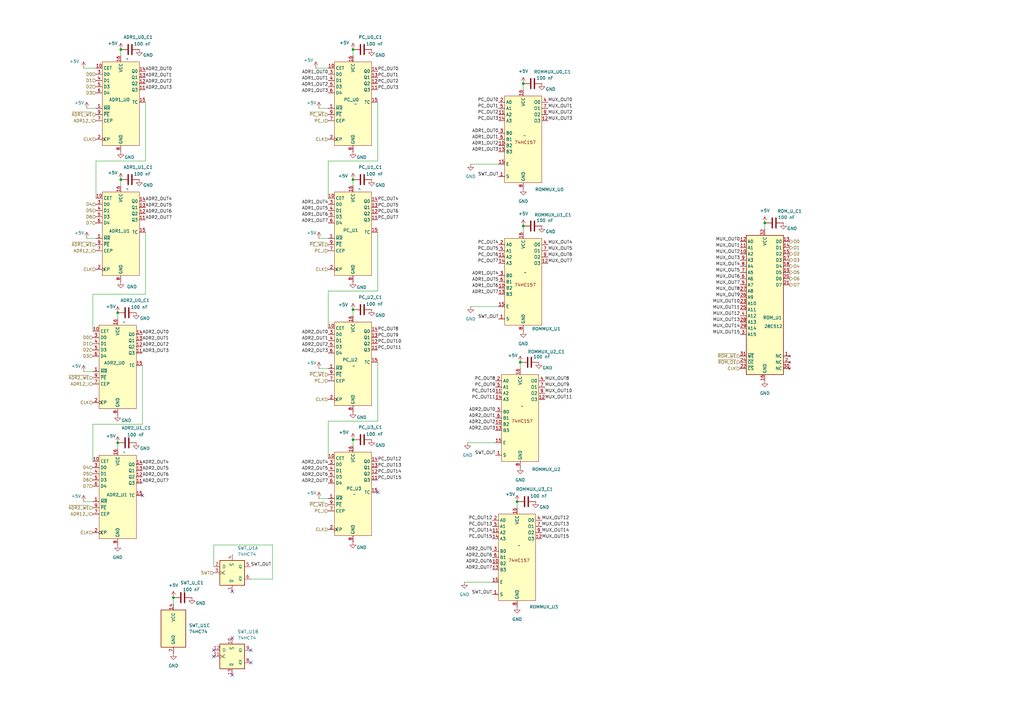
<source format=kicad_sch>
(kicad_sch (version 20250114) (generator "eeschema") (generator_version "9.0")
  (paper "A3")
  (title_block (title "ROM") (date "2025-09-16") (rev "1") (company "Sergio Miguéns Iglesias"))
  (lib_symbols
    (symbol "74HC157_1"
      (property "Reference" "U" (at 0 4.826 0))
      (symbol "74HC157_1_1_1"
        (rectangle (start -7.62 17.78) (end 7.62 -17.78) (fill (type background)))
        (text "74HC157" (at 0.762 -1.27 0) (effects (font (size 1.27 1.27))))
        (pin input line (at -10.16 15.24 0) (length 2.54) (name "A0") (number "2"))
        (pin input line (at -10.16 12.7 0) (length 2.54) (name "A1") (number "5"))
        (pin input line (at -10.16 10.16 0) (length 2.54) (name "A2") (number "11"))
        (pin input line (at -10.16 7.62 0) (length 2.54) (name "A3") (number "14"))
        (pin input line (at -10.16 2.54 0) (length 2.54) (name "B0") (number "3"))
        (pin input line (at -10.16 0 0) (length 2.54) (name "B1") (number "6"))
        (pin input line (at -10.16 -2.54 0) (length 2.54) (name "B2") (number "10"))
        (pin input line (at -10.16 -5.08 0) (length 2.54) (name "B3") (number "13"))
        (pin input line (at -10.16 -10.16 0) (length 2.54) (name "E") (number "15"))
        (pin input line (at -10.16 -15.24 0) (length 2.54) (name "S") (number "1"))
        (pin power_in line (at 0 20.32 270) (length 2.54) (name "VCC") (number "16"))
        (pin power_in line (at 0 -20.32 90) (length 2.54) (name "GND") (number "8"))
        (pin output line (at 10.16 15.24 180) (length 2.54) (name "O0") (number "4"))
        (pin output line (at 10.16 12.7 180) (length 2.54) (name "O1") (number "7"))
        (pin output line (at 10.16 10.16 180) (length 2.54) (name "O2") (number "9"))
        (pin output line (at 10.16 7.62 180) (length 2.54) (name "O3") (number "12"))
      )
    )
    (symbol "74xx:74HC74" (pin_names (offset 1.016))
      (property "Reference" "U" (at -7.62 8.89 0))
      (property "Value" "74HC74" (at -7.62 -8.89 0))
      (symbol "74HC74_1_0"
        (pin input line (at -7.62 2.54 0) (length 2.54) (name "D") (number "2"))
        (pin input clock (at -7.62 0 0) (length 2.54) (name "C") (number "3"))
        (pin input line (at 0 7.62 270) (length 2.54) (name "~{S}") (number "4"))
        (pin input line (at 0 -7.62 90) (length 2.54) (name "~{R}") (number "1"))
        (pin output line (at 7.62 2.54 180) (length 2.54) (name "Q") (number "5"))
        (pin output line (at 7.62 -2.54 180) (length 2.54) (name "~{Q}") (number "6"))
      )
      (symbol "74HC74_1_1"
        (rectangle (start -5.08 5.08) (end 5.08 -5.08) (stroke (width 0.254)) (fill (type background)))
      )
      (symbol "74HC74_2_0"
        (pin input line (at -7.62 2.54 0) (length 2.54) (name "D") (number "12"))
        (pin input clock (at -7.62 0 0) (length 2.54) (name "C") (number "11"))
        (pin input line (at 0 7.62 270) (length 2.54) (name "~{S}") (number "10"))
        (pin input line (at 0 -7.62 90) (length 2.54) (name "~{R}") (number "13"))
        (pin output line (at 7.62 2.54 180) (length 2.54) (name "Q") (number "9"))
        (pin output line (at 7.62 -2.54 180) (length 2.54) (name "~{Q}") (number "8"))
      )
      (symbol "74HC74_2_1"
        (rectangle (start -5.08 5.08) (end 5.08 -5.08) (stroke (width 0.254)) (fill (type background)))
      )
      (symbol "74HC74_3_0"
        (pin power_in line (at 0 10.16 270) (length 2.54) (name "VCC") (number "14"))
        (pin power_in line (at 0 -10.16 90) (length 2.54) (name "GND") (number "7"))
      )
      (symbol "74HC74_3_1"
        (rectangle (start -5.08 7.62) (end 5.08 -7.62) (stroke (width 0.254)) (fill (type background)))
      )
    )
    (symbol "Device:C" (pin_numbers (hide yes)) (pin_names (offset 0.254))
      (property "Reference" "C" (at 0.635 2.54 0))
      (property "Value" "C" (at 0.635 -2.54 0))
      (symbol "C_0_1"
        (polyline (pts (xy -2.032 0.762) (xy 2.032 0.762)) (stroke (width 0.508)))
        (polyline (pts (xy -2.032 -0.762) (xy 2.032 -0.762)) (stroke (width 0.508)))
      )
      (symbol "C_1_1"
        (pin passive line (at 0 3.81 270) (length 2.794) (name "~") (number "1"))
        (pin passive line (at 0 -3.81 90) (length 2.794) (name "~") (number "2"))
      )
    )
    (symbol "custom:28C512"
      (property "Reference" "U" (at -7.62 26.67 0))
      (property "Value" "28C512" (at -0.254 -8.128 0))
      (symbol "28C512_1_1"
        (rectangle (start -7.62 25.4) (end 7.62 -31.75) (stroke (width 0.254)) (fill (type background)))
        (pin input line (at -10.16 22.86 0) (length 2.54) (name "A0") (number "12"))
        (pin input line (at -10.16 20.32 0) (length 2.54) (name "A1") (number "11"))
        (pin input line (at -10.16 17.78 0) (length 2.54) (name "A2") (number "10"))
        (pin input line (at -10.16 15.24 0) (length 2.54) (name "A3") (number "9"))
        (pin input line (at -10.16 12.7 0) (length 2.54) (name "A4") (number "8"))
        (pin input line (at -10.16 10.16 0) (length 2.54) (name "A5") (number "7"))
        (pin input line (at -10.16 7.62 0) (length 2.54) (name "A6") (number "6"))
        (pin input line (at -10.16 5.08 0) (length 2.54) (name "A7") (number "5"))
        (pin input line (at -10.16 2.54 0) (length 2.54) (name "A8") (number "27"))
        (pin input line (at -10.16 0 0) (length 2.54) (name "A9") (number "26"))
        (pin input line (at -10.16 -2.54 0) (length 2.54) (name "A10") (number "23"))
        (pin input line (at -10.16 -5.08 0) (length 2.54) (name "A11") (number "25"))
        (pin input line (at -10.16 -7.62 0) (length 2.54) (name "A12") (number "4"))
        (pin input line (at -10.16 -10.16 0) (length 2.54) (name "A13") (number "28"))
        (pin input line (at -10.16 -12.7 0) (length 2.54) (name "A14") (number "29"))
        (pin input line (at -10.16 -15.24 0) (length 2.54) (name "A15") (number "3"))
        (pin input line (at -10.16 -24.13 0) (length 2.54) (name "~{WE}") (number "31"))
        (pin input line (at -10.16 -26.67 0) (length 2.54) (name "~{OE}") (number "24"))
        (pin input line (at -10.16 -29.21 0) (length 2.54) (name "~{CS}") (number "22"))
        (pin power_in line (at 0 27.94 270) (length 2.54) (name "VCC") (number "32"))
        (pin power_in line (at 0 -34.29 90) (length 2.54) (name "GND") (number "16"))
        (pin tri_state line (at 10.16 22.86 180) (length 2.54) (name "D0") (number "13"))
        (pin tri_state line (at 10.16 20.32 180) (length 2.54) (name "D1") (number "14"))
        (pin tri_state line (at 10.16 17.78 180) (length 2.54) (name "D2") (number "15"))
        (pin tri_state line (at 10.16 15.24 180) (length 2.54) (name "D3") (number "17"))
        (pin tri_state line (at 10.16 12.7 180) (length 2.54) (name "D4") (number "18"))
        (pin tri_state line (at 10.16 10.16 180) (length 2.54) (name "D5") (number "19"))
        (pin tri_state line (at 10.16 7.62 180) (length 2.54) (name "D6") (number "20"))
        (pin tri_state line (at 10.16 5.08 180) (length 2.54) (name "D7") (number "21"))
        (pin no_connect line (at 10.16 -24.13 180) (length 2.54) (name "NC") (number "1"))
        (pin no_connect line (at 10.16 -26.67 180) (length 2.54) (name "NC") (number "2"))
        (pin no_connect line (at 10.16 -29.21 180) (length 2.54) (name "NC") (number "30"))
      )
    )
    (symbol "custom:74HC161"
      (property "Reference" "U" (at 0 0 0))
      (symbol "74HC161_1_1"
        (rectangle (start -7.62 16.51) (end 7.62 -17.78) (fill (type background)))
        (pin input line (at -10.16 13.97 0) (length 2.54) (name "CET") (number "10"))
        (pin input line (at -10.16 11.43 0) (length 2.54) (name "D0") (number "3"))
        (pin input line (at -10.16 8.89 0) (length 2.54) (name "D1") (number "4"))
        (pin input line (at -10.16 6.35 0) (length 2.54) (name "D3") (number "5"))
        (pin input line (at -10.16 3.81 0) (length 2.54) (name "D4") (number "6"))
        (pin input line (at -10.16 -2.54 0) (length 2.54) (name "~{MR}") (number "1"))
        (pin input line (at -10.16 -5.08 0) (length 2.54) (name "~{PE}") (number "9"))
        (pin input line (at -10.16 -7.62 0) (length 2.54) (name "CEP") (number "7"))
        (pin input clock (at -10.16 -15.24 0) (length 2.54) (name "CP") (number "2"))
        (pin power_in line (at 0 19.05 270) (length 2.54) (name "VCC") (number "16"))
        (pin power_in line (at 0 -20.32 90) (length 2.54) (name "GND") (number "8"))
        (pin output line (at 10.16 12.7 180) (length 2.54) (name "Q0") (number "14"))
        (pin output line (at 10.16 10.16 180) (length 2.54) (name "Q1") (number "13"))
        (pin output line (at 10.16 7.62 180) (length 2.54) (name "Q2") (number "12"))
        (pin output line (at 10.16 5.08 180) (length 2.54) (name "Q3") (number "11"))
        (pin output line (at 10.16 0 180) (length 2.54) (name "TC") (number "15"))
      )
    )
    (symbol "power:+5V" (power) (pin_numbers (hide yes)) (pin_names (offset 0) (hide yes))
      (property "Value" "+5V" (at 0 3.556 0))
      (symbol "+5V_0_1"
        (polyline (pts (xy -0.762 1.27) (xy 0 2.54)))
        (polyline (pts (xy 0 2.54) (xy 0.762 1.27)))
        (polyline (pts (xy 0 0) (xy 0 2.54)))
      )
      (symbol "+5V_1_1"
        (pin power_in line (at 0 0 90) (length 0) (name "~") (number "1"))
      )
    )
    (symbol "power:GND" (power) (pin_numbers (hide yes)) (pin_names (offset 0) (hide yes))
      (property "Value" "GND" (at 0 -3.81 0))
      (symbol "GND_0_1"
        (polyline (pts (xy 0 0) (xy 0 -1.27) (xy 1.27 -1.27) (xy 0 -2.54) (xy -1.27 -1.27) (xy 0 -1.27)))
      )
      (symbol "GND_1_1"
        (pin power_in line (at 0 0 270) (length 0) (name "~") (number "1"))
      )
    )
  )
  (junction (at 48.26 128.27))
  (junction (at 214.63 34.29))
  (junction (at 71.12 245.11))
  (junction (at 212.09 205.74))
  (junction (at 144.78 73.66))
  (junction (at 49.53 73.66))
  (junction (at 213.36 148.59))
  (junction (at 144.78 180.34))
  (junction (at 144.78 127))
  (junction (at 214.63 92.71))
  (junction (at 49.53 20.32))
  (junction (at 144.78 20.32))
  (junction (at 48.26 181.61))
  (junction (at 313.69 91.44))
  (no_connect (at 95.25 276.86))
  (no_connect (at 154.94 201.93))
  (no_connect (at 87.63 266.7))
  (no_connect (at 95.25 242.57))
  (no_connect (at 87.63 269.24))
  (no_connect (at 102.87 266.7))
  (no_connect (at 102.87 271.78))
  (no_connect (at 95.25 261.62))
  (no_connect (at 58.42 203.2))
  (wire (pts (xy 59.69 120.65) (xy 38.1 120.65)))
  (wire (pts (xy 313.69 91.44) (xy 313.69 93.98)))
  (wire (pts (xy 129.54 27.94) (xy 134.62 27.94)))
  (wire (pts (xy 59.69 95.25) (xy 59.69 120.65)))
  (wire (pts (xy 193.04 67.31) (xy 204.47 67.31)))
  (wire (pts (xy 214.63 34.29) (xy 214.63 36.83)))
  (wire (pts (xy 154.94 148.59) (xy 154.94 172.72)))
  (wire (pts (xy 154.94 119.38) (xy 134.62 119.38)))
  (wire (pts (xy 48.26 128.27) (xy 48.26 130.81)))
  (wire (pts (xy 154.94 66.04) (xy 134.62 66.04)))
  (wire (pts (xy 191.77 181.61) (xy 203.2 181.61)))
  (wire (pts (xy 58.42 173.99) (xy 38.1 173.99)))
  (wire (pts (xy 134.62 187.96) (xy 134.62 172.72)))
  (wire (pts (xy 35.56 97.79) (xy 39.37 97.79)))
  (wire (pts (xy 134.62 119.38) (xy 134.62 134.62)))
  (wire (pts (xy 134.62 151.13) (xy 130.81 151.13)))
  (wire (pts (xy 34.29 152.4) (xy 38.1 152.4)))
  (wire (pts (xy 144.78 180.34) (xy 144.78 182.88)))
  (wire (pts (xy 212.09 205.74) (xy 212.09 208.28)))
  (wire (pts (xy 134.62 204.47) (xy 130.81 204.47)))
  (wire (pts (xy 34.29 27.94) (xy 39.37 27.94)))
  (wire (pts (xy 38.1 173.99) (xy 38.1 189.23)))
  (wire (pts (xy 34.29 205.74) (xy 38.1 205.74)))
  (wire (pts (xy 193.04 125.73) (xy 204.47 125.73)))
  (wire (pts (xy 111.76 237.49) (xy 111.76 223.52)))
  (wire (pts (xy 190.5 238.76) (xy 201.93 238.76)))
  (wire (pts (xy 102.87 237.49) (xy 111.76 237.49)))
  (wire (pts (xy 154.94 95.25) (xy 154.94 119.38)))
  (wire (pts (xy 48.26 181.61) (xy 48.26 184.15)))
  (wire (pts (xy 39.37 44.45) (xy 35.56 44.45)))
  (wire (pts (xy 134.62 172.72) (xy 154.94 172.72)))
  (wire (pts (xy 39.37 66.04) (xy 39.37 81.28)))
  (wire (pts (xy 144.78 73.66) (xy 144.78 76.2)))
  (wire (pts (xy 59.69 41.91) (xy 59.69 66.04)))
  (wire (pts (xy 59.69 66.04) (xy 39.37 66.04)))
  (wire (pts (xy 144.78 127) (xy 144.78 129.54)))
  (wire (pts (xy 213.36 148.59) (xy 213.36 151.13)))
  (wire (pts (xy 144.78 20.32) (xy 144.78 22.86)))
  (wire (pts (xy 214.63 92.71) (xy 214.63 95.25)))
  (wire (pts (xy 49.53 73.66) (xy 49.53 76.2)))
  (wire (pts (xy 134.62 97.79) (xy 130.81 97.79)))
  (wire (pts (xy 134.62 44.45) (xy 130.81 44.45)))
  (wire (pts (xy 111.76 223.52) (xy 87.63 223.52)))
  (wire (pts (xy 58.42 149.86) (xy 58.42 173.99)))
  (wire (pts (xy 71.12 245.11) (xy 71.12 247.65)))
  (wire (pts (xy 49.53 20.32) (xy 49.53 22.86)))
  (wire (pts (xy 87.63 223.52) (xy 87.63 232.41)))
  (wire (pts (xy 154.94 41.91) (xy 154.94 66.04)))
  (wire (pts (xy 134.62 66.04) (xy 134.62 81.28)))
  (wire (pts (xy 38.1 120.65) (xy 38.1 135.89)))
  (label "ADR1_OUT4" (at 204.47 113.03 180))
  (label "PC_OUT15" (at 201.93 220.98 180))
  (label "PC_OUT14" (at 201.93 218.44 180))
  (label "ADR1_OUT3" (at 204.47 62.23 180))
  (label "MUX_OUT14" (at 303.53 134.62 180))
  (label "ADR1_OUT6" (at 134.62 88.9 180))
  (label "ADR2_OUT2" (at 203.2 173.99 180))
  (label "ADR1_OUT7" (at 204.47 120.65 180))
  (label "PC_OUT3" (at 204.47 49.53 180))
  (label "PC_OUT4" (at 204.47 100.33 180))
  (label "MUX_OUT2" (at 224.79 46.99 0))
  (label "PC_OUT5" (at 154.94 85.09 0))
  (label "ADR1_OUT2" (at 134.62 35.56 180))
  (label "ADR2_OUT0" (at 134.62 137.16 180))
  (label "ADR2_OUT2" (at 58.42 142.24 0))
  (label "ADR2_OUT6" (at 201.93 231.14 180))
  (label "SWT_OUT" (at 204.47 130.81 180))
  (label "ADR2_OUT1" (at 134.62 139.7 180))
  (label "MUX_OUT14" (at 222.25 218.44 0))
  (label "ADR1_OUT5" (at 134.62 86.36 180))
  (label "PC_OUT7" (at 204.47 107.95 180))
  (label "ADR1_OUT6" (at 204.47 118.11 180))
  (label "MUX_OUT0" (at 224.79 41.91 0))
  (label "PC_OUT8" (at 154.94 135.89 0))
  (label "SWT_OUT" (at 201.93 243.84 180))
  (label "PC_OUT6" (at 154.94 87.63 0))
  (label "ADR2_OUT0" (at 203.2 168.91 180))
  (label "MUX_OUT4" (at 224.79 100.33 0))
  (label "ADR2_OUT6" (at 58.42 195.58 0))
  (label "MUX_OUT2" (at 303.53 104.14 180))
  (label "ADR1_OUT0" (at 204.47 54.61 180))
  (label "MUX_OUT0" (at 303.53 99.06 180))
  (label "PC_OUT12" (at 201.93 213.36 180))
  (label "MUX_OUT13" (at 222.25 215.9 0))
  (label "MUX_OUT15" (at 222.25 220.98 0))
  (label "MUX_OUT1" (at 303.53 101.6 180))
  (label "MUX_OUT6" (at 224.79 105.41 0))
  (label "ADR1_OUT3" (at 134.62 38.1 180))
  (label "PC_OUT10" (at 203.2 161.29 180))
  (label "PC_OUT0" (at 154.94 29.21 0))
  (label "PC_OUT1" (at 154.94 31.75 0))
  (label "PC_OUT8" (at 203.2 156.21 180))
  (label "ADR2_OUT7" (at 134.62 198.12 180))
  (label "MUX_OUT11" (at 303.53 127 180))
  (label "PC_OUT0" (at 204.47 41.91 180))
  (label "MUX_OUT9" (at 303.53 121.92 180))
  (label "MUX_OUT3" (at 303.53 106.68 180))
  (label "ADR3_OUT3" (at 58.42 144.78 0))
  (label "MUX_OUT4" (at 303.53 109.22 180))
  (label "PC_OUT10" (at 154.94 140.97 0))
  (label "ADR2_OUT4" (at 59.69 82.55 0))
  (label "ADR2_OUT1" (at 59.69 31.75 0))
  (label "ADR2_OUT2" (at 59.69 34.29 0))
  (label "ADR2_OUT1" (at 203.2 171.45 180))
  (label "ADR1_OUT0" (at 134.62 30.48 180))
  (label "PC_OUT15" (at 154.94 196.85 0))
  (label "ADR2_OUT0" (at 59.69 29.21 0))
  (label "ADR2_OUT7" (at 201.93 233.68 180))
  (label "ADR1_OUT2" (at 204.47 59.69 180))
  (label "MUX_OUT7" (at 303.53 116.84 180))
  (label "PC_OUT9" (at 154.94 138.43 0))
  (label "PC_OUT1" (at 204.47 44.45 180))
  (label "ADR2_OUT6" (at 134.62 195.58 180))
  (label "PC_OUT2" (at 154.94 34.29 0))
  (label "ADR2_OUT2" (at 134.62 142.24 180))
  (label "MUX_OUT10" (at 223.52 161.29 0))
  (label "PC_OUT7" (at 154.94 90.17 0))
  (label "MUX_OUT3" (at 224.79 49.53 0))
  (label "PC_OUT9" (at 203.2 158.75 180))
  (label "MUX_OUT10" (at 303.53 124.46 180))
  (label "ADR2_OUT3" (at 203.2 176.53 180))
  (label "ADR2_OUT5" (at 134.62 193.04 180))
  (label "MUX_OUT1" (at 224.79 44.45 0))
  (label "PC_OUT6" (at 204.47 105.41 180))
  (label "ADR2_OUT0" (at 58.42 137.16 0))
  (label "PC_OUT13" (at 154.94 191.77 0))
  (label "ADR2_OUT6" (at 201.93 228.6 180))
  (label "MUX_OUT5" (at 303.53 111.76 180))
  (label "MUX_OUT8" (at 223.52 156.21 0))
  (label "MUX_OUT15" (at 303.53 137.16 180))
  (label "ADR1_OUT1" (at 204.47 57.15 180))
  (label "MUX_OUT12" (at 222.25 213.36 0))
  (label "PC_OUT3" (at 154.94 36.83 0))
  (label "SWT_OUT" (at 204.47 72.39 180))
  (label "PC_OUT2" (at 204.47 46.99 180))
  (label "SWT_OUT" (at 203.2 186.69 180))
  (label "ADR1_OUT1" (at 134.62 33.02 180))
  (label "PC_OUT11" (at 154.94 143.51 0))
  (label "ADR2_OUT7" (at 59.69 90.17 0))
  (label "ADR2_OUT7" (at 58.42 198.12 0))
  (label "PC_OUT12" (at 154.94 189.23 0))
  (label "MUX_OUT8" (at 303.53 119.38 180))
  (label "ADR2_OUT1" (at 58.42 139.7 0))
  (label "MUX_OUT9" (at 223.52 158.75 0))
  (label "ADR2_OUT5" (at 201.93 226.06 180))
  (label "MUX_OUT13" (at 303.53 132.08 180))
  (label "PC_OUT14" (at 154.94 194.31 0))
  (label "ADR2_OUT3" (at 59.69 36.83 0))
  (label "ADR2_OUT5" (at 58.42 193.04 0))
  (label "MUX_OUT12" (at 303.53 129.54 180))
  (label "ADR1_OUT7" (at 134.62 91.44 180))
  (label "SWT_OUT" (at 102.87 232.41 0))
  (label "MUX_OUT7" (at 224.79 107.95 0))
  (label "ADR1_OUT5" (at 204.47 115.57 180))
  (label "MUX_OUT11" (at 223.52 163.83 0))
  (label "ADR2_OUT4" (at 134.62 190.5 180))
  (label "ADR2_OUT3" (at 134.62 144.78 180))
  (label "MUX_OUT6" (at 303.53 114.3 180))
  (label "MUX_OUT5" (at 224.79 102.87 0))
  (label "PC_OUT13" (at 201.93 215.9 180))
  (label "PC_OUT4" (at 154.94 82.55 0))
  (label "ADR2_OUT5" (at 59.69 85.09 0))
  (label "ADR2_OUT6" (at 59.69 87.63 0))
  (label "PC_OUT11" (at 203.2 163.83 180))
  (label "PC_OUT5" (at 204.47 102.87 180))
  (label "ADR1_OUT4" (at 134.62 83.82 180))
  (label "ADR2_OUT4" (at 58.42 190.5 0))
  (hierarchical_label "D4" (shape input) (at 39.37 83.82 180))
  (hierarchical_label "O7" (shape output) (at 323.85 116.84 0))
  (hierarchical_label "CLK" (shape input) (at 134.62 110.49 180))
  (hierarchical_label "D0" (shape input) (at 39.37 30.48 180))
  (hierarchical_label "D2" (shape input) (at 38.1 143.51 180))
  (hierarchical_label "D7" (shape input) (at 39.37 91.44 180))
  (hierarchical_label "D0" (shape input) (at 38.1 138.43 180))
  (hierarchical_label "~{ROM_OE}" (shape input) (at 303.53 148.59 180))
  (hierarchical_label "~{ADR1_WE}" (shape input) (at 39.37 46.99 180))
  (hierarchical_label "~{ADR1_WE}" (shape input) (at 39.37 100.33 180))
  (hierarchical_label "~{ADR2_WE}" (shape input) (at 38.1 208.28 180))
  (hierarchical_label "D5" (shape input) (at 39.37 86.36 180))
  (hierarchical_label "CLK" (shape input) (at 39.37 57.15 180))
  (hierarchical_label "CLK" (shape input) (at 38.1 218.44 180))
  (hierarchical_label "PC_I" (shape input) (at 134.62 49.53 180))
  (hierarchical_label "O4" (shape output) (at 323.85 109.22 0))
  (hierarchical_label "D2" (shape input) (at 39.37 35.56 180))
  (hierarchical_label "D5" (shape input) (at 38.1 194.31 180))
  (hierarchical_label "O2" (shape output) (at 323.85 104.14 0))
  (hierarchical_label "D3" (shape input) (at 38.1 146.05 180))
  (hierarchical_label "O0" (shape output) (at 323.85 99.06 0))
  (hierarchical_label "D4" (shape input) (at 38.1 191.77 180))
  (hierarchical_label "CLK" (shape input) (at 303.53 151.13 180))
  (hierarchical_label "CLK" (shape input) (at 134.62 57.15 180))
  (hierarchical_label "CLK" (shape input) (at 134.62 217.17 180))
  (hierarchical_label "O3" (shape output) (at 323.85 106.68 0))
  (hierarchical_label "O6" (shape output) (at 323.85 114.3 0))
  (hierarchical_label "ADR12_I" (shape input) (at 39.37 49.53 180))
  (hierarchical_label "ADR12_I" (shape input) (at 39.37 102.87 180))
  (hierarchical_label "D1" (shape input) (at 39.37 33.02 180))
  (hierarchical_label "ADR12_I" (shape input) (at 38.1 210.82 180))
  (hierarchical_label "D6" (shape input) (at 39.37 88.9 180))
  (hierarchical_label "PC_I" (shape input) (at 134.62 102.87 180))
  (hierarchical_label "~{ADR2_WE}" (shape input) (at 38.1 154.94 180))
  (hierarchical_label "SWT" (shape input) (at 87.63 234.95 180))
  (hierarchical_label "~{ROM_WE}" (shape input) (at 303.53 146.05 180))
  (hierarchical_label "PC_I" (shape input) (at 134.62 156.21 180))
  (hierarchical_label "O5" (shape output) (at 323.85 111.76 0))
  (hierarchical_label "~{PC_WE}" (shape input) (at 134.62 207.01 180))
  (hierarchical_label "O1" (shape output) (at 323.85 101.6 0))
  (hierarchical_label "D7" (shape input) (at 38.1 199.39 180))
  (hierarchical_label "D1" (shape input) (at 38.1 140.97 180))
  (hierarchical_label "CLK" (shape input) (at 39.37 110.49 180))
  (hierarchical_label "~{PC_WE}" (shape input) (at 134.62 100.33 180))
  (hierarchical_label "D3" (shape input) (at 39.37 38.1 180))
  (hierarchical_label "~{PC_WE}" (shape input) (at 134.62 46.99 180))
  (hierarchical_label "CLK" (shape input) (at 38.1 165.1 180))
  (hierarchical_label "D6" (shape input) (at 38.1 196.85 180))
  (hierarchical_label "PC_I" (shape input) (at 134.62 209.55 180))
  (hierarchical_label "~{PC_WE}" (shape input) (at 134.62 153.67 180))
  (hierarchical_label "ADR12_I" (shape input) (at 38.1 157.48 180))
  (hierarchical_label "CLK" (shape input) (at 134.62 163.83 180))
  (symbol (lib_id "Device:C") (at 52.07 181.61 90) (unit 1)
    (property "Reference" "ADR2_U1_C1" (at 55.88 175.514 90))
    (property "Value" "100 nF" (at 55.626 178.308 90))
    (property "Footprint" "Capacitor_THT:C_Disc_D3.0mm_W1.6mm_P2.50mm" (effects (hide yes)))
    (property "Description" "Unpolarized capacitor" (effects (hide yes)))
  )
  (symbol (lib_id "power:+5V") (at 48.26 181.61 0) (unit 1)
    (property "Reference" "#PWR042" (effects (hide yes)))
    (property "Value" "+5V" (at 45.466 178.816 0))
    (property "Description" "Power symbol creates a global label with name \"+5V\"" (effects (hide yes)))
  )
  (symbol (lib_id "74xx:74HC74") (at 95.25 234.95 0) (unit 1)
    (property "Reference" "SWT_U1" (at 97.3933 224.79 0) (effects (justify left)))
    (property "Value" "74HC74" (at 97.3933 227.33 0) (effects (justify left)))
    (property "Footprint" "Package_DIP:DIP-14_W7.62mm" (effects (hide yes)))
    (property "Datasheet" "74xx/74hc_hct74.pdf" (effects (hide yes)))
    (property "Description" "Dual D Flip-flop, Set & Reset" (effects (hide yes)))
  )
  (symbol (lib_id "power:+5V") (at 130.81 44.45 0) (unit 1)
    (property "Reference" "#PWR044" (effects (hide yes)))
    (property "Value" "+5V" (at 127.762 42.164 0))
    (property "Description" "Power symbol creates a global label with name \"+5V\"" (effects (hide yes)))
  )
  (symbol (lib_id "power:+5V") (at 71.12 245.11 0) (unit 1)
    (property "Reference" "#PWR0105" (effects (hide yes)))
    (property "Value" "+5V" (at 71.12 240.03 0))
    (property "Description" "Power symbol creates a global label with name \"+5V\"" (effects (hide yes)))
  )
  (symbol (lib_id "power:+5V") (at 130.81 151.13 0) (unit 1)
    (property "Reference" "#PWR039" (effects (hide yes)))
    (property "Value" "+5V" (at 127.762 148.844 0))
    (property "Description" "Power symbol creates a global label with name \"+5V\"" (effects (hide yes)))
  )
  (symbol (lib_id "custom:74HC161") (at 144.78 201.93 0) (unit 1)
    (property "Reference" "PC_U3" (at 141.986 200.406 0) (effects (justify left)))
    (property "Value" "~" (at 144.78 202.692 0) (effects (justify left)))
    (property "Footprint" "Package_DIP:DIP-16_W7.62mm" (effects (hide yes)))
  )
  (symbol (lib_id "custom:28C512") (at 313.69 121.92 0) (unit 1)
    (property "Reference" "ROM_U1" (at 312.928 130.302 0) (effects (justify left)))
    (property "Value" "28C512" (at 313.436 133.858 0) (effects (justify left)))
    (property "Footprint" "Package_DIP:DIP-32_W15.24mm" (effects (hide yes)))
    (property "Datasheet" "http://ww1.microchip.com/downloads/en/DeviceDoc/doc0006.pdf" (effects (hide yes)))
    (property "Description" "Paged Parallel EEPROM 256Kb (32K x 8), DIP-28/SOIC-28" (effects (hide yes)))
  )
  (symbol (lib_id "Device:C") (at 148.59 20.32 90) (unit 1)
    (property "Reference" "PC_U0_C1" (at 151.892 15.24 90))
    (property "Value" "100 nF" (at 153.67 18.034 90))
    (property "Footprint" "Capacitor_THT:C_Disc_D3.0mm_W1.6mm_P2.50mm" (effects (hide yes)))
    (property "Description" "Unpolarized capacitor" (effects (hide yes)))
  )
  (symbol (lib_id "power:GND") (at 313.69 156.21 0) (unit 1)
    (property "Reference" "#PWR06" (effects (hide yes)))
    (property "Value" "GND" (at 313.69 161.29 0))
    (property "Description" "Power symbol creates a global label with name \"GND\" , ground" (effects (hide yes)))
  )
  (symbol (lib_name "74HC157_1") (lib_id "custom:74HC157") (at 214.63 57.15 0) (unit 1)
    (property "Reference" "ROMMUX_U0" (at 219.456 77.724 0) (effects (justify left)))
    (property "Value" "~" (at 214.63 55.626 0) (effects (justify left)))
    (property "Footprint" "Package_DIP:DIP-16_W7.62mm" (effects (hide yes)))
  )
  (symbol (lib_id "Device:C") (at 53.34 73.66 90) (unit 1)
    (property "Reference" "ADR1_U1_C1" (at 56.642 68.58 90))
    (property "Value" "100 nF" (at 58.42 71.374 90))
    (property "Footprint" "Capacitor_THT:C_Disc_D3.0mm_W1.6mm_P2.50mm" (effects (hide yes)))
    (property "Description" "Unpolarized capacitor" (effects (hide yes)))
  )
  (symbol (lib_id "custom:74HC161") (at 48.26 149.86 0) (unit 1)
    (property "Reference" "ADR2_U0" (at 42.672 148.844 0) (effects (justify left)))
    (property "Value" "~" (at 50.4033 132.08 0) (effects (justify left)))
    (property "Footprint" "Package_DIP:DIP-16_W7.62mm" (effects (hide yes)))
  )
  (symbol (lib_id "power:GND") (at 55.88 181.61 0) (unit 1)
    (property "Reference" "#PWR0176" (effects (hide yes)))
    (property "Value" "GND" (at 59.436 183.896 0))
    (property "Description" "Power symbol creates a global label with name \"GND\" , ground" (effects (hide yes)))
  )
  (symbol (lib_id "power:GND") (at 71.12 267.97 0) (unit 1)
    (property "Reference" "#PWR0106" (effects (hide yes)))
    (property "Value" "GND" (at 71.12 273.05 0))
    (property "Description" "Power symbol creates a global label with name \"GND\" , ground" (effects (hide yes)))
  )
  (symbol (lib_id "power:GND") (at 152.4 180.34 0) (unit 1)
    (property "Reference" "#PWR0185" (effects (hide yes)))
    (property "Value" "GND" (at 155.956 182.626 0))
    (property "Description" "Power symbol creates a global label with name \"GND\" , ground" (effects (hide yes)))
  )
  (symbol (lib_id "power:GND") (at 144.78 62.23 0) (unit 1)
    (property "Reference" "#PWR035" (effects (hide yes)))
    (property "Value" "GND" (at 148.336 64.516 0))
    (property "Description" "Power symbol creates a global label with name \"GND\" , ground" (effects (hide yes)))
  )
  (symbol (lib_id "Device:C") (at 218.44 34.29 90) (unit 1)
    (property "Reference" "ROMMUX_U0_C1" (at 226.568 29.464 90))
    (property "Value" "100 nF" (at 223.52 32.004 90))
    (property "Footprint" "Capacitor_THT:C_Disc_D3.0mm_W1.6mm_P2.50mm" (effects (hide yes)))
    (property "Description" "Unpolarized capacitor" (effects (hide yes)))
  )
  (symbol (lib_id "power:+5V") (at 213.36 148.59 0) (unit 1)
    (property "Reference" "#PWR0100" (effects (hide yes)))
    (property "Value" "+5V" (at 210.312 145.796 0))
    (property "Description" "Power symbol creates a global label with name \"+5V\"" (effects (hide yes)))
  )
  (symbol (lib_id "custom:74HC161") (at 144.78 95.25 0) (unit 1)
    (property "Reference" "PC_U1" (at 140.716 94.488 0) (effects (justify left)))
    (property "Value" "~" (at 146.9233 77.47 0) (effects (justify left)))
    (property "Footprint" "Package_DIP:DIP-16_W7.62mm" (effects (hide yes)))
  )
  (symbol (lib_id "power:GND") (at 222.25 92.71 0) (unit 1)
    (property "Reference" "#PWR0182" (effects (hide yes)))
    (property "Value" "GND" (at 225.806 94.996 0))
    (property "Description" "Power symbol creates a global label with name \"GND\" , ground" (effects (hide yes)))
  )
  (symbol (lib_id "power:GND") (at 220.98 148.59 0) (unit 1)
    (property "Reference" "#PWR0183" (effects (hide yes)))
    (property "Value" "GND" (at 224.536 150.876 0))
    (property "Description" "Power symbol creates a global label with name \"GND\" , ground" (effects (hide yes)))
  )
  (symbol (lib_id "custom:74HC161") (at 48.26 203.2 0) (unit 1)
    (property "Reference" "ADR2_U1" (at 43.688 202.946 0) (effects (justify left)))
    (property "Value" "~" (at 50.4033 185.42 0) (effects (justify left)))
    (property "Footprint" "Package_DIP:DIP-16_W7.62mm" (effects (hide yes)))
  )
  (symbol (lib_id "power:GND") (at 49.53 62.23 0) (unit 1)
    (property "Reference" "#PWR024" (effects (hide yes)))
    (property "Value" "GND" (at 53.086 64.516 0))
    (property "Description" "Power symbol creates a global label with name \"GND\" , ground" (effects (hide yes)))
  )
  (symbol (lib_id "Device:C") (at 218.44 92.71 90) (unit 1)
    (property "Reference" "ROMMUX_U1_C1" (at 226.822 88.138 90))
    (property "Value" "100 nF" (at 223.52 90.424 90))
    (property "Footprint" "Capacitor_THT:C_Disc_D3.0mm_W1.6mm_P2.50mm" (effects (hide yes)))
    (property "Description" "Unpolarized capacitor" (effects (hide yes)))
  )
  (symbol (lib_id "power:GND") (at 212.09 248.92 0) (unit 1)
    (property "Reference" "#PWR0104" (effects (hide yes)))
    (property "Value" "GND" (at 212.09 254 0))
    (property "Description" "Power symbol creates a global label with name \"GND\" , ground" (effects (hide yes)))
  )
  (symbol (lib_id "power:GND") (at 144.78 222.25 0) (unit 1)
    (property "Reference" "#PWR095" (effects (hide yes)))
    (property "Value" "GND" (at 148.336 224.536 0))
    (property "Description" "Power symbol creates a global label with name \"GND\" , ground" (effects (hide yes)))
  )
  (symbol (lib_id "power:GND") (at 152.4 73.66 0) (unit 1)
    (property "Reference" "#PWR0187" (effects (hide yes)))
    (property "Value" "GND" (at 155.956 75.946 0))
    (property "Description" "Power symbol creates a global label with name \"GND\" , ground" (effects (hide yes)))
  )
  (symbol (lib_id "power:+5V") (at 313.69 91.44 0) (unit 1)
    (property "Reference" "#PWR05" (effects (hide yes)))
    (property "Value" "+5V" (at 313.69 86.36 0))
    (property "Description" "Power symbol creates a global label with name \"+5V\"" (effects (hide yes)))
  )
  (symbol (lib_id "power:+5V") (at 214.63 34.29 0) (unit 1)
    (property "Reference" "#PWR092" (effects (hide yes)))
    (property "Value" "+5V" (at 214.63 29.21 0))
    (property "Description" "Power symbol creates a global label with name \"+5V\"" (effects (hide yes)))
  )
  (symbol (lib_id "power:+5V") (at 34.29 152.4 0) (unit 1)
    (property "Reference" "#PWR029" (effects (hide yes)))
    (property "Value" "+5V" (at 31.242 150.114 0))
    (property "Description" "Power symbol creates a global label with name \"+5V\"" (effects (hide yes)))
  )
  (symbol (lib_id "power:GND") (at 152.4 20.32 0) (unit 1)
    (property "Reference" "#PWR0188" (effects (hide yes)))
    (property "Value" "GND" (at 155.956 22.606 0))
    (property "Description" "Power symbol creates a global label with name \"GND\" , ground" (effects (hide yes)))
  )
  (symbol (lib_id "power:+5V") (at 130.81 97.79 0) (unit 1)
    (property "Reference" "#PWR033" (effects (hide yes)))
    (property "Value" "+5V" (at 127.762 95.504 0))
    (property "Description" "Power symbol creates a global label with name \"+5V\"" (effects (hide yes)))
  )
  (symbol (lib_id "power:GND") (at 193.04 67.31 0) (unit 1)
    (property "Reference" "#PWR032" (effects (hide yes)))
    (property "Value" "GND" (at 193.04 72.39 0))
    (property "Description" "Power symbol creates a global label with name \"GND\" , ground" (effects (hide yes)))
  )
  (symbol (lib_id "power:GND") (at 48.26 170.18 0) (unit 1)
    (property "Reference" "#PWR041" (effects (hide yes)))
    (property "Value" "GND" (at 51.816 172.466 0))
    (property "Description" "Power symbol creates a global label with name \"GND\" , ground" (effects (hide yes)))
  )
  (symbol (lib_id "power:GND") (at 219.71 205.74 0) (unit 1)
    (property "Reference" "#PWR0184" (effects (hide yes)))
    (property "Value" "GND" (at 223.266 208.026 0))
    (property "Description" "Power symbol creates a global label with name \"GND\" , ground" (effects (hide yes)))
  )
  (symbol (lib_id "power:GND") (at 144.78 115.57 0) (unit 1)
    (property "Reference" "#PWR036" (effects (hide yes)))
    (property "Value" "GND" (at 148.336 117.856 0))
    (property "Description" "Power symbol creates a global label with name \"GND\" , ground" (effects (hide yes)))
  )
  (symbol (lib_id "power:+5V") (at 34.29 205.74 0) (unit 1)
    (property "Reference" "#PWR030" (effects (hide yes)))
    (property "Value" "+5V" (at 31.242 203.454 0))
    (property "Description" "Power symbol creates a global label with name \"+5V\"" (effects (hide yes)))
  )
  (symbol (lib_id "power:+5V") (at 48.26 128.27 0) (unit 1)
    (property "Reference" "#PWR040" (effects (hide yes)))
    (property "Value" "+5V" (at 45.466 125.73 0))
    (property "Description" "Power symbol creates a global label with name \"+5V\"" (effects (hide yes)))
  )
  (symbol (lib_id "Device:C") (at 52.07 128.27 90) (unit 1)
    (property "Reference" "ADR2_U0_C1" (at 55.372 123.19 90))
    (property "Value" "100 nF" (at 57.15 125.984 90))
    (property "Footprint" "Capacitor_THT:C_Disc_D3.0mm_W1.6mm_P2.50mm" (effects (hide yes)))
    (property "Description" "Unpolarized capacitor" (effects (hide yes)))
  )
  (symbol (lib_id "power:GND") (at 48.26 223.52 0) (unit 1)
    (property "Reference" "#PWR043" (effects (hide yes)))
    (property "Value" "GND" (at 48.26 228.6 0))
    (property "Description" "Power symbol creates a global label with name \"GND\" , ground" (effects (hide yes)))
  )
  (symbol (lib_id "power:+5V") (at 35.56 97.79 0) (unit 1)
    (property "Reference" "#PWR025" (effects (hide yes)))
    (property "Value" "+5V" (at 32.512 95.504 0))
    (property "Description" "Power symbol creates a global label with name \"+5V\"" (effects (hide yes)))
  )
  (symbol (lib_id "power:GND") (at 78.74 245.11 0) (unit 1)
    (property "Reference" "#PWR0175" (effects (hide yes)))
    (property "Value" "GND" (at 82.296 247.396 0))
    (property "Description" "Power symbol creates a global label with name \"GND\" , ground" (effects (hide yes)))
  )
  (symbol (lib_name "74HC157_1") (lib_id "custom:74HC157") (at 213.36 171.45 0) (unit 1)
    (property "Reference" "ROMMUX_U2" (at 218.186 192.532 0) (effects (justify left)))
    (property "Value" "~" (at 213.614 166.624 0) (effects (justify left)))
    (property "Footprint" "Package_DIP:DIP-16_W7.62mm" (effects (hide yes)))
  )
  (symbol (lib_id "power:GND") (at 55.88 128.27 0) (unit 1)
    (property "Reference" "#PWR0177" (effects (hide yes)))
    (property "Value" "GND" (at 59.436 130.556 0))
    (property "Description" "Power symbol creates a global label with name \"GND\" , ground" (effects (hide yes)))
  )
  (symbol (lib_id "power:GND") (at 222.25 34.29 0) (unit 1)
    (property "Reference" "#PWR0181" (effects (hide yes)))
    (property "Value" "GND" (at 225.806 36.576 0))
    (property "Description" "Power symbol creates a global label with name \"GND\" , ground" (effects (hide yes)))
  )
  (symbol (lib_name "74HC157_1") (lib_id "custom:74HC157") (at 214.63 115.57 0) (unit 1)
    (property "Reference" "ROMMUX_U1" (at 218.186 134.874 0) (effects (justify left)))
    (property "Value" "~" (at 214.884 111.76 0) (effects (justify left)))
    (property "Footprint" "Package_DIP:DIP-16_W7.62mm" (effects (hide yes)))
  )
  (symbol (lib_id "power:GND") (at 49.53 115.57 0) (unit 1)
    (property "Reference" "#PWR026" (effects (hide yes)))
    (property "Value" "GND" (at 54.102 117.602 0))
    (property "Description" "Power symbol creates a global label with name \"GND\" , ground" (effects (hide yes)))
  )
  (symbol (lib_id "custom:74HC161") (at 144.78 41.91 0) (unit 1)
    (property "Reference" "PC_U0" (at 140.97 40.894 0) (effects (justify left)))
    (property "Value" "~" (at 145.288 42.672 0) (effects (justify left)))
    (property "Footprint" "Package_DIP:DIP-16_W7.62mm" (effects (hide yes)))
  )
  (symbol (lib_id "Device:C") (at 74.93 245.11 90) (unit 1)
    (property "Reference" "SWT_U_C1" (at 78.74 239.014 90))
    (property "Value" "100 nF" (at 78.486 241.808 90))
    (property "Footprint" "Capacitor_THT:C_Disc_D3.0mm_W1.6mm_P2.50mm" (effects (hide yes)))
    (property "Description" "Unpolarized capacitor" (effects (hide yes)))
  )
  (symbol (lib_id "power:+5V") (at 129.54 27.94 0) (unit 1)
    (property "Reference" "#PWR089" (effects (hide yes)))
    (property "Value" "+5V" (at 126.492 24.638 0))
    (property "Description" "Power symbol creates a global label with name \"+5V\"" (effects (hide yes)))
  )
  (symbol (lib_id "power:+5V") (at 144.78 20.32 0) (unit 1)
    (property "Reference" "#PWR031" (effects (hide yes)))
    (property "Value" "+5V" (at 141.224 17.526 0))
    (property "Description" "Power symbol creates a global label with name \"+5V\"" (effects (hide yes)))
  )
  (symbol (lib_id "Device:C") (at 148.59 127 90) (unit 1)
    (property "Reference" "PC_U2_C1" (at 151.892 121.92 90))
    (property "Value" "100 nF" (at 153.67 124.714 90))
    (property "Footprint" "Capacitor_THT:C_Disc_D3.0mm_W1.6mm_P2.50mm" (effects (hide yes)))
    (property "Description" "Unpolarized capacitor" (effects (hide yes)))
  )
  (symbol (lib_id "power:GND") (at 214.63 77.47 0) (unit 1)
    (property "Reference" "#PWR037" (effects (hide yes)))
    (property "Value" "GND" (at 214.63 82.55 0))
    (property "Description" "Power symbol creates a global label with name \"GND\" , ground" (effects (hide yes)))
  )
  (symbol (lib_id "power:GND") (at 144.78 168.91 0) (unit 1)
    (property "Reference" "#PWR091" (effects (hide yes)))
    (property "Value" "GND" (at 148.336 171.196 0))
    (property "Description" "Power symbol creates a global label with name \"GND\" , ground" (effects (hide yes)))
  )
  (symbol (lib_id "74xx:74HC74") (at 95.25 269.24 0) (unit 2)
    (property "Reference" "SWT_U1" (at 97.3933 259.08 0) (effects (justify left)))
    (property "Value" "74HC74" (at 97.3933 261.62 0) (effects (justify left)))
    (property "Footprint" "Package_DIP:DIP-14_W7.62mm" (effects (hide yes)))
    (property "Datasheet" "74xx/74hc_hct74.pdf" (effects (hide yes)))
    (property "Description" "Dual D Flip-flop, Set & Reset" (effects (hide yes)))
  )
  (symbol (lib_id "power:+5V") (at 130.81 204.47 0) (unit 1)
    (property "Reference" "#PWR093" (effects (hide yes)))
    (property "Value" "+5V" (at 127.762 202.184 0))
    (property "Description" "Power symbol creates a global label with name \"+5V\"" (effects (hide yes)))
  )
  (symbol (lib_id "power:+5V") (at 49.53 73.66 0) (unit 1)
    (property "Reference" "#PWR027" (effects (hide yes)))
    (property "Value" "+5V" (at 46.228 70.866 0))
    (property "Description" "Power symbol creates a global label with name \"+5V\"" (effects (hide yes)))
  )
  (symbol (lib_id "power:GND") (at 152.4 127 0) (unit 1)
    (property "Reference" "#PWR0186" (effects (hide yes)))
    (property "Value" "GND" (at 155.956 129.286 0))
    (property "Description" "Power symbol creates a global label with name \"GND\" , ground" (effects (hide yes)))
  )
  (symbol (lib_id "power:GND") (at 191.77 181.61 0) (unit 1)
    (property "Reference" "#PWR099" (effects (hide yes)))
    (property "Value" "GND" (at 191.77 186.69 0))
    (property "Description" "Power symbol creates a global label with name \"GND\" , ground" (effects (hide yes)))
  )
  (symbol (lib_id "power:GND") (at 190.5 238.76 0) (unit 1)
    (property "Reference" "#PWR0102" (effects (hide yes)))
    (property "Value" "GND" (at 190.5 243.84 0))
    (property "Description" "Power symbol creates a global label with name \"GND\" , ground" (effects (hide yes)))
  )
  (symbol (lib_id "power:GND") (at 321.31 91.44 0) (unit 1)
    (property "Reference" "#PWR0180" (effects (hide yes)))
    (property "Value" "GND" (at 324.866 93.726 0))
    (property "Description" "Power symbol creates a global label with name \"GND\" , ground" (effects (hide yes)))
  )
  (symbol (lib_id "power:+5V") (at 144.78 127 0) (unit 1)
    (property "Reference" "#PWR090" (effects (hide yes)))
    (property "Value" "+5V" (at 140.716 124.968 0))
    (property "Description" "Power symbol creates a global label with name \"+5V\"" (effects (hide yes)))
  )
  (symbol (lib_id "power:+5V") (at 144.78 73.66 0) (unit 1)
    (property "Reference" "#PWR034" (effects (hide yes)))
    (property "Value" "+5V" (at 140.716 72.136 0))
    (property "Description" "Power symbol creates a global label with name \"+5V\"" (effects (hide yes)))
  )
  (symbol (lib_id "Device:C") (at 217.17 148.59 90) (unit 1)
    (property "Reference" "ROMMUX_U2_C1" (at 224.028 144.272 90))
    (property "Value" "100 nF" (at 222.25 146.304 90))
    (property "Footprint" "Capacitor_THT:C_Disc_D3.0mm_W1.6mm_P2.50mm" (effects (hide yes)))
    (property "Description" "Unpolarized capacitor" (effects (hide yes)))
  )
  (symbol (lib_id "74xx:74HC74") (at 71.12 257.81 0) (unit 3)
    (property "Reference" "SWT_U1" (at 77.47 256.5399 0) (effects (justify left)))
    (property "Value" "74HC74" (at 77.47 259.0799 0) (effects (justify left)))
    (property "Footprint" "Package_DIP:DIP-14_W7.62mm" (effects (hide yes)))
    (property "Datasheet" "74xx/74hc_hct74.pdf" (effects (hide yes)))
    (property "Description" "Dual D Flip-flop, Set & Reset" (effects (hide yes)))
  )
  (symbol (lib_id "power:GND") (at 214.63 135.89 0) (unit 1)
    (property "Reference" "#PWR098" (effects (hide yes)))
    (property "Value" "GND" (at 214.63 140.97 0))
    (property "Description" "Power symbol creates a global label with name \"GND\" , ground" (effects (hide yes)))
  )
  (symbol (lib_id "power:+5V") (at 214.63 92.71 0) (unit 1)
    (property "Reference" "#PWR097" (effects (hide yes)))
    (property "Value" "+5V" (at 214.63 87.63 0))
    (property "Description" "Power symbol creates a global label with name \"+5V\"" (effects (hide yes)))
  )
  (symbol (lib_id "power:GND") (at 193.04 125.73 0) (unit 1)
    (property "Reference" "#PWR096" (effects (hide yes)))
    (property "Value" "GND" (at 193.04 130.81 0))
    (property "Description" "Power symbol creates a global label with name \"GND\" , ground" (effects (hide yes)))
  )
  (symbol (lib_name "74HC157_1") (lib_id "custom:74HC157") (at 212.09 228.6 0) (unit 1)
    (property "Reference" "ROMMUX_U3" (at 217.17 248.92 0) (effects (justify left)))
    (property "Value" "~" (at 212.344 223.774 0) (effects (justify left)))
    (property "Footprint" "Package_DIP:DIP-16_W7.62mm" (effects (hide yes)))
  )
  (symbol (lib_id "Device:C") (at 53.34 20.32 90) (unit 1)
    (property "Reference" "ADR1_U0_C1" (at 56.642 15.24 90))
    (property "Value" "100 nF" (at 58.42 18.034 90))
    (property "Footprint" "Capacitor_THT:C_Disc_D3.0mm_W1.6mm_P2.50mm" (effects (hide yes)))
    (property "Description" "Unpolarized capacitor" (effects (hide yes)))
  )
  (symbol (lib_id "power:+5V") (at 34.29 27.94 0) (unit 1)
    (property "Reference" "#PWR045" (effects (hide yes)))
    (property "Value" "+5V" (at 30.48 25.146 0))
    (property "Description" "Power symbol creates a global label with name \"+5V\"" (effects (hide yes)))
  )
  (symbol (lib_id "custom:74HC161") (at 49.53 41.91 0) (unit 1)
    (property "Reference" "ADR1_U0" (at 44.704 40.894 0) (effects (justify left)))
    (property "Value" "~" (at 51.6733 24.13 0) (effects (justify left)))
    (property "Footprint" "Package_DIP:DIP-16_W7.62mm" (effects (hide yes)))
  )
  (symbol (lib_id "Device:C") (at 215.9 205.74 90) (unit 1)
    (property "Reference" "ROMMUX_U3_C1" (at 219.202 200.66 90))
    (property "Value" "100 nF" (at 220.98 203.454 90))
    (property "Footprint" "Capacitor_THT:C_Disc_D3.0mm_W1.6mm_P2.50mm" (effects (hide yes)))
    (property "Description" "Unpolarized capacitor" (effects (hide yes)))
  )
  (symbol (lib_id "power:GND") (at 57.15 73.66 0) (unit 1)
    (property "Reference" "#PWR0178" (effects (hide yes)))
    (property "Value" "GND" (at 60.706 75.946 0))
    (property "Description" "Power symbol creates a global label with name \"GND\" , ground" (effects (hide yes)))
  )
  (symbol (lib_id "power:+5V") (at 212.09 205.74 0) (unit 1)
    (property "Reference" "#PWR0103" (effects (hide yes)))
    (property "Value" "+5V" (at 209.296 202.692 0))
    (property "Description" "Power symbol creates a global label with name \"+5V\"" (effects (hide yes)))
  )
  (symbol (lib_id "Device:C") (at 148.59 180.34 90) (unit 1)
    (property "Reference" "PC_U3_C1" (at 151.892 175.26 90))
    (property "Value" "100 nF" (at 153.67 178.054 90))
    (property "Footprint" "Capacitor_THT:C_Disc_D3.0mm_W1.6mm_P2.50mm" (effects (hide yes)))
    (property "Description" "Unpolarized capacitor" (effects (hide yes)))
  )
  (symbol (lib_id "power:+5V") (at 49.53 20.32 0) (unit 1)
    (property "Reference" "#PWR028" (effects (hide yes)))
    (property "Value" "+5V" (at 46.228 17.78 0))
    (property "Description" "Power symbol creates a global label with name \"+5V\"" (effects (hide yes)))
  )
  (symbol (lib_id "custom:74HC161") (at 49.53 95.25 0) (unit 1)
    (property "Reference" "ADR1_U1" (at 44.704 94.742 0) (effects (justify left)))
    (property "Value" "~" (at 51.6733 77.47 0) (effects (justify left)))
    (property "Footprint" "Package_DIP:DIP-16_W7.62mm" (effects (hide yes)))
  )
  (symbol (lib_id "power:+5V") (at 144.78 180.34 0) (unit 1)
    (property "Reference" "#PWR094" (effects (hide yes)))
    (property "Value" "+5V" (at 140.97 177.292 0))
    (property "Description" "Power symbol creates a global label with name \"+5V\"" (effects (hide yes)))
  )
  (symbol (lib_id "power:GND") (at 57.15 20.32 0) (unit 1)
    (property "Reference" "#PWR0179" (effects (hide yes)))
    (property "Value" "GND" (at 60.706 22.606 0))
    (property "Description" "Power symbol creates a global label with name \"GND\" , ground" (effects (hide yes)))
  )
  (symbol (lib_id "custom:74HC161") (at 144.78 148.59 0) (unit 1)
    (property "Reference" "PC_U2" (at 140.462 147.574 0) (effects (justify left)))
    (property "Value" "~" (at 144.526 150.114 0) (effects (justify left)))
    (property "Footprint" "Package_DIP:DIP-16_W7.62mm" (effects (hide yes)))
  )
  (symbol (lib_id "power:+5V") (at 35.56 44.45 0) (unit 1)
    (property "Reference" "#PWR023" (effects (hide yes)))
    (property "Value" "+5V" (at 32.512 42.164 0))
    (property "Description" "Power symbol creates a global label with name \"+5V\"" (effects (hide yes)))
  )
  (symbol (lib_id "Device:C") (at 148.59 73.66 90) (unit 1)
    (property "Reference" "PC_U1_C1" (at 151.892 68.58 90))
    (property "Value" "100 nF" (at 153.67 71.374 90))
    (property "Footprint" "Capacitor_THT:C_Disc_D3.0mm_W1.6mm_P2.50mm" (effects (hide yes)))
    (property "Description" "Unpolarized capacitor" (effects (hide yes)))
  )
  (symbol (lib_id "Device:C") (at 317.5 91.44 90) (unit 1)
    (property "Reference" "ROM_U_C1" (at 323.85 86.614 90))
    (property "Value" "100 nF" (at 322.58 89.154 90))
    (property "Footprint" "Capacitor_THT:C_Disc_D3.0mm_W1.6mm_P2.50mm" (effects (hide yes)))
    (property "Description" "Unpolarized capacitor" (effects (hide yes)))
  )
  (symbol (lib_id "power:GND") (at 213.36 191.77 0) (unit 1)
    (property "Reference" "#PWR0101" (effects (hide yes)))
    (property "Value" "GND" (at 213.36 196.85 0))
    (property "Description" "Power symbol creates a global label with name \"GND\" , ground" (effects (hide yes)))
  )
)
</source>
